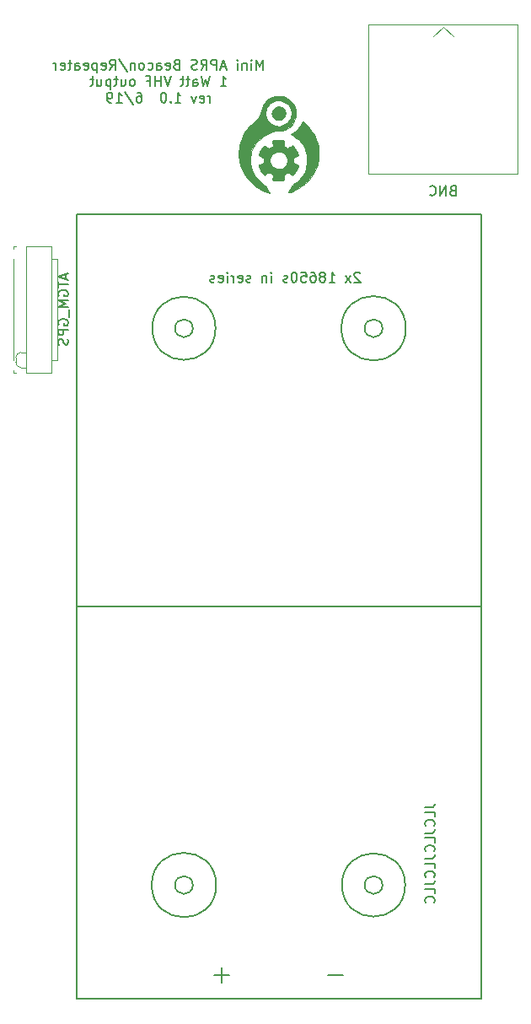
<source format=gbr>
G04 #@! TF.GenerationSoftware,KiCad,Pcbnew,5.1.4-e60b266~84~ubuntu18.04.1*
G04 #@! TF.CreationDate,2019-08-27T12:37:19-06:00*
G04 #@! TF.ProjectId,APRS_MicroNode,41505253-5f4d-4696-9372-6f4e6f64652e,rev?*
G04 #@! TF.SameCoordinates,Original*
G04 #@! TF.FileFunction,Legend,Bot*
G04 #@! TF.FilePolarity,Positive*
%FSLAX46Y46*%
G04 Gerber Fmt 4.6, Leading zero omitted, Abs format (unit mm)*
G04 Created by KiCad (PCBNEW 5.1.4-e60b266~84~ubuntu18.04.1) date 2019-08-27 12:37:19*
%MOMM*%
%LPD*%
G04 APERTURE LIST*
%ADD10C,0.150000*%
%ADD11C,0.010000*%
%ADD12C,0.120000*%
G04 APERTURE END LIST*
D10*
X120307380Y-87702380D02*
X120307380Y-86702380D01*
X119974047Y-87416666D01*
X119640714Y-86702380D01*
X119640714Y-87702380D01*
X119164523Y-87702380D02*
X119164523Y-87035714D01*
X119164523Y-86702380D02*
X119212142Y-86750000D01*
X119164523Y-86797619D01*
X119116904Y-86750000D01*
X119164523Y-86702380D01*
X119164523Y-86797619D01*
X118688333Y-87035714D02*
X118688333Y-87702380D01*
X118688333Y-87130952D02*
X118640714Y-87083333D01*
X118545476Y-87035714D01*
X118402619Y-87035714D01*
X118307380Y-87083333D01*
X118259761Y-87178571D01*
X118259761Y-87702380D01*
X117783571Y-87702380D02*
X117783571Y-87035714D01*
X117783571Y-86702380D02*
X117831190Y-86750000D01*
X117783571Y-86797619D01*
X117735952Y-86750000D01*
X117783571Y-86702380D01*
X117783571Y-86797619D01*
X116593095Y-87416666D02*
X116116904Y-87416666D01*
X116688333Y-87702380D02*
X116355000Y-86702380D01*
X116021666Y-87702380D01*
X115688333Y-87702380D02*
X115688333Y-86702380D01*
X115307380Y-86702380D01*
X115212142Y-86750000D01*
X115164523Y-86797619D01*
X115116904Y-86892857D01*
X115116904Y-87035714D01*
X115164523Y-87130952D01*
X115212142Y-87178571D01*
X115307380Y-87226190D01*
X115688333Y-87226190D01*
X114116904Y-87702380D02*
X114450238Y-87226190D01*
X114688333Y-87702380D02*
X114688333Y-86702380D01*
X114307380Y-86702380D01*
X114212142Y-86750000D01*
X114164523Y-86797619D01*
X114116904Y-86892857D01*
X114116904Y-87035714D01*
X114164523Y-87130952D01*
X114212142Y-87178571D01*
X114307380Y-87226190D01*
X114688333Y-87226190D01*
X113735952Y-87654761D02*
X113593095Y-87702380D01*
X113355000Y-87702380D01*
X113259761Y-87654761D01*
X113212142Y-87607142D01*
X113164523Y-87511904D01*
X113164523Y-87416666D01*
X113212142Y-87321428D01*
X113259761Y-87273809D01*
X113355000Y-87226190D01*
X113545476Y-87178571D01*
X113640714Y-87130952D01*
X113688333Y-87083333D01*
X113735952Y-86988095D01*
X113735952Y-86892857D01*
X113688333Y-86797619D01*
X113640714Y-86750000D01*
X113545476Y-86702380D01*
X113307380Y-86702380D01*
X113164523Y-86750000D01*
X111640714Y-87178571D02*
X111497857Y-87226190D01*
X111450238Y-87273809D01*
X111402619Y-87369047D01*
X111402619Y-87511904D01*
X111450238Y-87607142D01*
X111497857Y-87654761D01*
X111593095Y-87702380D01*
X111974047Y-87702380D01*
X111974047Y-86702380D01*
X111640714Y-86702380D01*
X111545476Y-86750000D01*
X111497857Y-86797619D01*
X111450238Y-86892857D01*
X111450238Y-86988095D01*
X111497857Y-87083333D01*
X111545476Y-87130952D01*
X111640714Y-87178571D01*
X111974047Y-87178571D01*
X110593095Y-87654761D02*
X110688333Y-87702380D01*
X110878809Y-87702380D01*
X110974047Y-87654761D01*
X111021666Y-87559523D01*
X111021666Y-87178571D01*
X110974047Y-87083333D01*
X110878809Y-87035714D01*
X110688333Y-87035714D01*
X110593095Y-87083333D01*
X110545476Y-87178571D01*
X110545476Y-87273809D01*
X111021666Y-87369047D01*
X109688333Y-87702380D02*
X109688333Y-87178571D01*
X109735952Y-87083333D01*
X109831190Y-87035714D01*
X110021666Y-87035714D01*
X110116904Y-87083333D01*
X109688333Y-87654761D02*
X109783571Y-87702380D01*
X110021666Y-87702380D01*
X110116904Y-87654761D01*
X110164523Y-87559523D01*
X110164523Y-87464285D01*
X110116904Y-87369047D01*
X110021666Y-87321428D01*
X109783571Y-87321428D01*
X109688333Y-87273809D01*
X108783571Y-87654761D02*
X108878809Y-87702380D01*
X109069285Y-87702380D01*
X109164523Y-87654761D01*
X109212142Y-87607142D01*
X109259761Y-87511904D01*
X109259761Y-87226190D01*
X109212142Y-87130952D01*
X109164523Y-87083333D01*
X109069285Y-87035714D01*
X108878809Y-87035714D01*
X108783571Y-87083333D01*
X108212142Y-87702380D02*
X108307380Y-87654761D01*
X108355000Y-87607142D01*
X108402619Y-87511904D01*
X108402619Y-87226190D01*
X108355000Y-87130952D01*
X108307380Y-87083333D01*
X108212142Y-87035714D01*
X108069285Y-87035714D01*
X107974047Y-87083333D01*
X107926428Y-87130952D01*
X107878809Y-87226190D01*
X107878809Y-87511904D01*
X107926428Y-87607142D01*
X107974047Y-87654761D01*
X108069285Y-87702380D01*
X108212142Y-87702380D01*
X107450238Y-87035714D02*
X107450238Y-87702380D01*
X107450238Y-87130952D02*
X107402619Y-87083333D01*
X107307380Y-87035714D01*
X107164523Y-87035714D01*
X107069285Y-87083333D01*
X107021666Y-87178571D01*
X107021666Y-87702380D01*
X105831190Y-86654761D02*
X106688333Y-87940476D01*
X104926428Y-87702380D02*
X105259761Y-87226190D01*
X105497857Y-87702380D02*
X105497857Y-86702380D01*
X105116904Y-86702380D01*
X105021666Y-86750000D01*
X104974047Y-86797619D01*
X104926428Y-86892857D01*
X104926428Y-87035714D01*
X104974047Y-87130952D01*
X105021666Y-87178571D01*
X105116904Y-87226190D01*
X105497857Y-87226190D01*
X104116904Y-87654761D02*
X104212142Y-87702380D01*
X104402619Y-87702380D01*
X104497857Y-87654761D01*
X104545476Y-87559523D01*
X104545476Y-87178571D01*
X104497857Y-87083333D01*
X104402619Y-87035714D01*
X104212142Y-87035714D01*
X104116904Y-87083333D01*
X104069285Y-87178571D01*
X104069285Y-87273809D01*
X104545476Y-87369047D01*
X103640714Y-87035714D02*
X103640714Y-88035714D01*
X103640714Y-87083333D02*
X103545476Y-87035714D01*
X103355000Y-87035714D01*
X103259761Y-87083333D01*
X103212142Y-87130952D01*
X103164523Y-87226190D01*
X103164523Y-87511904D01*
X103212142Y-87607142D01*
X103259761Y-87654761D01*
X103355000Y-87702380D01*
X103545476Y-87702380D01*
X103640714Y-87654761D01*
X102355000Y-87654761D02*
X102450238Y-87702380D01*
X102640714Y-87702380D01*
X102735952Y-87654761D01*
X102783571Y-87559523D01*
X102783571Y-87178571D01*
X102735952Y-87083333D01*
X102640714Y-87035714D01*
X102450238Y-87035714D01*
X102355000Y-87083333D01*
X102307380Y-87178571D01*
X102307380Y-87273809D01*
X102783571Y-87369047D01*
X101450238Y-87702380D02*
X101450238Y-87178571D01*
X101497857Y-87083333D01*
X101593095Y-87035714D01*
X101783571Y-87035714D01*
X101878809Y-87083333D01*
X101450238Y-87654761D02*
X101545476Y-87702380D01*
X101783571Y-87702380D01*
X101878809Y-87654761D01*
X101926428Y-87559523D01*
X101926428Y-87464285D01*
X101878809Y-87369047D01*
X101783571Y-87321428D01*
X101545476Y-87321428D01*
X101450238Y-87273809D01*
X101116904Y-87035714D02*
X100735952Y-87035714D01*
X100974047Y-86702380D02*
X100974047Y-87559523D01*
X100926428Y-87654761D01*
X100831190Y-87702380D01*
X100735952Y-87702380D01*
X100021666Y-87654761D02*
X100116904Y-87702380D01*
X100307380Y-87702380D01*
X100402619Y-87654761D01*
X100450238Y-87559523D01*
X100450238Y-87178571D01*
X100402619Y-87083333D01*
X100307380Y-87035714D01*
X100116904Y-87035714D01*
X100021666Y-87083333D01*
X99974047Y-87178571D01*
X99974047Y-87273809D01*
X100450238Y-87369047D01*
X99545476Y-87702380D02*
X99545476Y-87035714D01*
X99545476Y-87226190D02*
X99497857Y-87130952D01*
X99450238Y-87083333D01*
X99355000Y-87035714D01*
X99259761Y-87035714D01*
X116069285Y-89352380D02*
X116640714Y-89352380D01*
X116355000Y-89352380D02*
X116355000Y-88352380D01*
X116450238Y-88495238D01*
X116545476Y-88590476D01*
X116640714Y-88638095D01*
X114974047Y-88352380D02*
X114735952Y-89352380D01*
X114545476Y-88638095D01*
X114355000Y-89352380D01*
X114116904Y-88352380D01*
X113307380Y-89352380D02*
X113307380Y-88828571D01*
X113355000Y-88733333D01*
X113450238Y-88685714D01*
X113640714Y-88685714D01*
X113735952Y-88733333D01*
X113307380Y-89304761D02*
X113402619Y-89352380D01*
X113640714Y-89352380D01*
X113735952Y-89304761D01*
X113783571Y-89209523D01*
X113783571Y-89114285D01*
X113735952Y-89019047D01*
X113640714Y-88971428D01*
X113402619Y-88971428D01*
X113307380Y-88923809D01*
X112974047Y-88685714D02*
X112593095Y-88685714D01*
X112831190Y-88352380D02*
X112831190Y-89209523D01*
X112783571Y-89304761D01*
X112688333Y-89352380D01*
X112593095Y-89352380D01*
X112402619Y-88685714D02*
X112021666Y-88685714D01*
X112259761Y-88352380D02*
X112259761Y-89209523D01*
X112212142Y-89304761D01*
X112116904Y-89352380D01*
X112021666Y-89352380D01*
X111069285Y-88352380D02*
X110735952Y-89352380D01*
X110402619Y-88352380D01*
X110069285Y-89352380D02*
X110069285Y-88352380D01*
X110069285Y-88828571D02*
X109497857Y-88828571D01*
X109497857Y-89352380D02*
X109497857Y-88352380D01*
X108688333Y-88828571D02*
X109021666Y-88828571D01*
X109021666Y-89352380D02*
X109021666Y-88352380D01*
X108545476Y-88352380D01*
X107259761Y-89352380D02*
X107355000Y-89304761D01*
X107402619Y-89257142D01*
X107450238Y-89161904D01*
X107450238Y-88876190D01*
X107402619Y-88780952D01*
X107355000Y-88733333D01*
X107259761Y-88685714D01*
X107116904Y-88685714D01*
X107021666Y-88733333D01*
X106974047Y-88780952D01*
X106926428Y-88876190D01*
X106926428Y-89161904D01*
X106974047Y-89257142D01*
X107021666Y-89304761D01*
X107116904Y-89352380D01*
X107259761Y-89352380D01*
X106069285Y-88685714D02*
X106069285Y-89352380D01*
X106497857Y-88685714D02*
X106497857Y-89209523D01*
X106450238Y-89304761D01*
X106355000Y-89352380D01*
X106212142Y-89352380D01*
X106116904Y-89304761D01*
X106069285Y-89257142D01*
X105735952Y-88685714D02*
X105355000Y-88685714D01*
X105593095Y-88352380D02*
X105593095Y-89209523D01*
X105545476Y-89304761D01*
X105450238Y-89352380D01*
X105355000Y-89352380D01*
X105021666Y-88685714D02*
X105021666Y-89685714D01*
X105021666Y-88733333D02*
X104926428Y-88685714D01*
X104735952Y-88685714D01*
X104640714Y-88733333D01*
X104593095Y-88780952D01*
X104545476Y-88876190D01*
X104545476Y-89161904D01*
X104593095Y-89257142D01*
X104640714Y-89304761D01*
X104735952Y-89352380D01*
X104926428Y-89352380D01*
X105021666Y-89304761D01*
X103688333Y-88685714D02*
X103688333Y-89352380D01*
X104116904Y-88685714D02*
X104116904Y-89209523D01*
X104069285Y-89304761D01*
X103974047Y-89352380D01*
X103831190Y-89352380D01*
X103735952Y-89304761D01*
X103688333Y-89257142D01*
X103355000Y-88685714D02*
X102974047Y-88685714D01*
X103212142Y-88352380D02*
X103212142Y-89209523D01*
X103164523Y-89304761D01*
X103069285Y-89352380D01*
X102974047Y-89352380D01*
X115021666Y-91002380D02*
X115021666Y-90335714D01*
X115021666Y-90526190D02*
X114974047Y-90430952D01*
X114926428Y-90383333D01*
X114831190Y-90335714D01*
X114735952Y-90335714D01*
X114021666Y-90954761D02*
X114116904Y-91002380D01*
X114307380Y-91002380D01*
X114402619Y-90954761D01*
X114450238Y-90859523D01*
X114450238Y-90478571D01*
X114402619Y-90383333D01*
X114307380Y-90335714D01*
X114116904Y-90335714D01*
X114021666Y-90383333D01*
X113974047Y-90478571D01*
X113974047Y-90573809D01*
X114450238Y-90669047D01*
X113640714Y-90335714D02*
X113402619Y-91002380D01*
X113164523Y-90335714D01*
X111497857Y-91002380D02*
X112069285Y-91002380D01*
X111783571Y-91002380D02*
X111783571Y-90002380D01*
X111878809Y-90145238D01*
X111974047Y-90240476D01*
X112069285Y-90288095D01*
X111069285Y-90907142D02*
X111021666Y-90954761D01*
X111069285Y-91002380D01*
X111116904Y-90954761D01*
X111069285Y-90907142D01*
X111069285Y-91002380D01*
X110402619Y-90002380D02*
X110307380Y-90002380D01*
X110212142Y-90050000D01*
X110164523Y-90097619D01*
X110116904Y-90192857D01*
X110069285Y-90383333D01*
X110069285Y-90621428D01*
X110116904Y-90811904D01*
X110164523Y-90907142D01*
X110212142Y-90954761D01*
X110307380Y-91002380D01*
X110402619Y-91002380D01*
X110497857Y-90954761D01*
X110545476Y-90907142D01*
X110593095Y-90811904D01*
X110640714Y-90621428D01*
X110640714Y-90383333D01*
X110593095Y-90192857D01*
X110545476Y-90097619D01*
X110497857Y-90050000D01*
X110402619Y-90002380D01*
X107688333Y-90002380D02*
X107878809Y-90002380D01*
X107974047Y-90050000D01*
X108021666Y-90097619D01*
X108116904Y-90240476D01*
X108164523Y-90430952D01*
X108164523Y-90811904D01*
X108116904Y-90907142D01*
X108069285Y-90954761D01*
X107974047Y-91002380D01*
X107783571Y-91002380D01*
X107688333Y-90954761D01*
X107640714Y-90907142D01*
X107593095Y-90811904D01*
X107593095Y-90573809D01*
X107640714Y-90478571D01*
X107688333Y-90430952D01*
X107783571Y-90383333D01*
X107974047Y-90383333D01*
X108069285Y-90430952D01*
X108116904Y-90478571D01*
X108164523Y-90573809D01*
X106450238Y-89954761D02*
X107307380Y-91240476D01*
X105593095Y-91002380D02*
X106164523Y-91002380D01*
X105878809Y-91002380D02*
X105878809Y-90002380D01*
X105974047Y-90145238D01*
X106069285Y-90240476D01*
X106164523Y-90288095D01*
X105116904Y-91002380D02*
X104926428Y-91002380D01*
X104831190Y-90954761D01*
X104783571Y-90907142D01*
X104688333Y-90764285D01*
X104640714Y-90573809D01*
X104640714Y-90192857D01*
X104688333Y-90097619D01*
X104735952Y-90050000D01*
X104831190Y-90002380D01*
X105021666Y-90002380D01*
X105116904Y-90050000D01*
X105164523Y-90097619D01*
X105212142Y-90192857D01*
X105212142Y-90430952D01*
X105164523Y-90526190D01*
X105116904Y-90573809D01*
X105021666Y-90621428D01*
X104831190Y-90621428D01*
X104735952Y-90573809D01*
X104688333Y-90526190D01*
X104640714Y-90430952D01*
X136612380Y-161750952D02*
X137326666Y-161750952D01*
X137469523Y-161703333D01*
X137564761Y-161608095D01*
X137612380Y-161465238D01*
X137612380Y-161370000D01*
X137612380Y-162703333D02*
X137612380Y-162227142D01*
X136612380Y-162227142D01*
X137517142Y-163608095D02*
X137564761Y-163560476D01*
X137612380Y-163417619D01*
X137612380Y-163322380D01*
X137564761Y-163179523D01*
X137469523Y-163084285D01*
X137374285Y-163036666D01*
X137183809Y-162989047D01*
X137040952Y-162989047D01*
X136850476Y-163036666D01*
X136755238Y-163084285D01*
X136660000Y-163179523D01*
X136612380Y-163322380D01*
X136612380Y-163417619D01*
X136660000Y-163560476D01*
X136707619Y-163608095D01*
X136612380Y-164322380D02*
X137326666Y-164322380D01*
X137469523Y-164274761D01*
X137564761Y-164179523D01*
X137612380Y-164036666D01*
X137612380Y-163941428D01*
X137612380Y-165274761D02*
X137612380Y-164798571D01*
X136612380Y-164798571D01*
X137517142Y-166179523D02*
X137564761Y-166131904D01*
X137612380Y-165989047D01*
X137612380Y-165893809D01*
X137564761Y-165750952D01*
X137469523Y-165655714D01*
X137374285Y-165608095D01*
X137183809Y-165560476D01*
X137040952Y-165560476D01*
X136850476Y-165608095D01*
X136755238Y-165655714D01*
X136660000Y-165750952D01*
X136612380Y-165893809D01*
X136612380Y-165989047D01*
X136660000Y-166131904D01*
X136707619Y-166179523D01*
X136612380Y-166893809D02*
X137326666Y-166893809D01*
X137469523Y-166846190D01*
X137564761Y-166750952D01*
X137612380Y-166608095D01*
X137612380Y-166512857D01*
X137612380Y-167846190D02*
X137612380Y-167370000D01*
X136612380Y-167370000D01*
X137517142Y-168750952D02*
X137564761Y-168703333D01*
X137612380Y-168560476D01*
X137612380Y-168465238D01*
X137564761Y-168322380D01*
X137469523Y-168227142D01*
X137374285Y-168179523D01*
X137183809Y-168131904D01*
X137040952Y-168131904D01*
X136850476Y-168179523D01*
X136755238Y-168227142D01*
X136660000Y-168322380D01*
X136612380Y-168465238D01*
X136612380Y-168560476D01*
X136660000Y-168703333D01*
X136707619Y-168750952D01*
X136612380Y-169465238D02*
X137326666Y-169465238D01*
X137469523Y-169417619D01*
X137564761Y-169322380D01*
X137612380Y-169179523D01*
X137612380Y-169084285D01*
X137612380Y-170417619D02*
X137612380Y-169941428D01*
X136612380Y-169941428D01*
X137517142Y-171322380D02*
X137564761Y-171274761D01*
X137612380Y-171131904D01*
X137612380Y-171036666D01*
X137564761Y-170893809D01*
X137469523Y-170798571D01*
X137374285Y-170750952D01*
X137183809Y-170703333D01*
X137040952Y-170703333D01*
X136850476Y-170750952D01*
X136755238Y-170798571D01*
X136660000Y-170893809D01*
X136612380Y-171036666D01*
X136612380Y-171131904D01*
X136660000Y-171274761D01*
X136707619Y-171322380D01*
X128396904Y-178577857D02*
X126873095Y-178577857D01*
X116966904Y-178577857D02*
X115443095Y-178577857D01*
X116205000Y-179339761D02*
X116205000Y-177815952D01*
D11*
G36*
X121827408Y-90341046D02*
G01*
X121682091Y-90350433D01*
X121552889Y-90368569D01*
X121539000Y-90371338D01*
X121307341Y-90436029D01*
X121090630Y-90530007D01*
X120890809Y-90651292D01*
X120709818Y-90797901D01*
X120549599Y-90967853D01*
X120412092Y-91159166D01*
X120299238Y-91369860D01*
X120212979Y-91597952D01*
X120168770Y-91770200D01*
X120144491Y-91867473D01*
X120109611Y-91982614D01*
X120068213Y-92103869D01*
X120024384Y-92219484D01*
X119982208Y-92317703D01*
X119969086Y-92344818D01*
X119928872Y-92421167D01*
X119887887Y-92490065D01*
X119842670Y-92555450D01*
X119789760Y-92621259D01*
X119725696Y-92691432D01*
X119647017Y-92769908D01*
X119550262Y-92860623D01*
X119431971Y-92967518D01*
X119385649Y-93008766D01*
X119244365Y-93136204D01*
X119124680Y-93249012D01*
X119021141Y-93352935D01*
X118928292Y-93453718D01*
X118840681Y-93557104D01*
X118752854Y-93668838D01*
X118728834Y-93700600D01*
X118514516Y-94012855D01*
X118331303Y-94337202D01*
X118179617Y-94672659D01*
X118059878Y-95018247D01*
X117972508Y-95372985D01*
X117945867Y-95522562D01*
X117936446Y-95588718D01*
X117929086Y-95657768D01*
X117923568Y-95734844D01*
X117919673Y-95825076D01*
X117917181Y-95933596D01*
X117915873Y-96065536D01*
X117915529Y-96226026D01*
X117915532Y-96232133D01*
X117916168Y-96403633D01*
X117918432Y-96547231D01*
X117923149Y-96668885D01*
X117931141Y-96774551D01*
X117943232Y-96870186D01*
X117960245Y-96961745D01*
X117983004Y-97055185D01*
X118012332Y-97156463D01*
X118049052Y-97271535D01*
X118066519Y-97324333D01*
X118202802Y-97681273D01*
X118367804Y-98021136D01*
X118560356Y-98342589D01*
X118779284Y-98644303D01*
X119023419Y-98924944D01*
X119291589Y-99183182D01*
X119582623Y-99417684D01*
X119895348Y-99627121D01*
X120228595Y-99810159D01*
X120271436Y-99831020D01*
X120372986Y-99877030D01*
X120486218Y-99923753D01*
X120603482Y-99968447D01*
X120717131Y-100008370D01*
X120819513Y-100040781D01*
X120902981Y-100062936D01*
X120937009Y-100069595D01*
X121012350Y-100081408D01*
X120974700Y-100023671D01*
X120949674Y-99982785D01*
X120914675Y-99922408D01*
X120875676Y-99852923D01*
X120858711Y-99822000D01*
X120790766Y-99697759D01*
X120733598Y-99596387D01*
X120682914Y-99512813D01*
X120634421Y-99441963D01*
X120583826Y-99378764D01*
X120526834Y-99318143D01*
X120459152Y-99255027D01*
X120376488Y-99184344D01*
X120274547Y-99101019D01*
X120192801Y-99035172D01*
X119979665Y-98855832D01*
X119796090Y-98682961D01*
X119639476Y-98512401D01*
X119507228Y-98339996D01*
X119396748Y-98161587D01*
X119305440Y-97973017D01*
X119230705Y-97770131D01*
X119169948Y-97548769D01*
X119124004Y-97324333D01*
X119105041Y-97188245D01*
X119091768Y-97031178D01*
X119084249Y-96861965D01*
X119082550Y-96689436D01*
X119086735Y-96522425D01*
X119096870Y-96369762D01*
X119113019Y-96240279D01*
X119115916Y-96223667D01*
X119178748Y-95944751D01*
X119261541Y-95691448D01*
X119365788Y-95460982D01*
X119492978Y-95250581D01*
X119644601Y-95057471D01*
X119822150Y-94878878D01*
X119853568Y-94851024D01*
X120073812Y-94662465D01*
X120274978Y-94498077D01*
X120460061Y-94356345D01*
X120632053Y-94235752D01*
X120793947Y-94134782D01*
X120948738Y-94051919D01*
X121099417Y-93985647D01*
X121248978Y-93934448D01*
X121400415Y-93896808D01*
X121556720Y-93871211D01*
X121720887Y-93856138D01*
X121826867Y-93851445D01*
X122011119Y-93842751D01*
X122169512Y-93827001D01*
X122309631Y-93802468D01*
X122439064Y-93767425D01*
X122565395Y-93720146D01*
X122696210Y-93658904D01*
X122714930Y-93649317D01*
X122918100Y-93525891D01*
X123099579Y-93378322D01*
X123258018Y-93209546D01*
X123392069Y-93022495D01*
X123500382Y-92820105D01*
X123581608Y-92605310D01*
X123634398Y-92381045D01*
X123657404Y-92150243D01*
X123654517Y-92066984D01*
X123189017Y-92066984D01*
X123185022Y-92204629D01*
X123170267Y-92330643D01*
X123158121Y-92388397D01*
X123091035Y-92588051D01*
X122996364Y-92770509D01*
X122876570Y-92933533D01*
X122734115Y-93074884D01*
X122571459Y-93192325D01*
X122391065Y-93283618D01*
X122195394Y-93346525D01*
X122080208Y-93368498D01*
X121992344Y-93379810D01*
X121920963Y-93384292D01*
X121850915Y-93381971D01*
X121767046Y-93372876D01*
X121739192Y-93369143D01*
X121531059Y-93324243D01*
X121337678Y-93249850D01*
X121161316Y-93147951D01*
X121004237Y-93020532D01*
X120868703Y-92869581D01*
X120756980Y-92697083D01*
X120671331Y-92505027D01*
X120639523Y-92404221D01*
X120621928Y-92312485D01*
X120611569Y-92198949D01*
X120608444Y-92074899D01*
X120612556Y-91951619D01*
X120623903Y-91840393D01*
X120639523Y-91762713D01*
X120711077Y-91562732D01*
X120809548Y-91380655D01*
X120932556Y-91218680D01*
X121077722Y-91079003D01*
X121242667Y-90963820D01*
X121425013Y-90875328D01*
X121622380Y-90815725D01*
X121676617Y-90805099D01*
X121788789Y-90788158D01*
X121883138Y-90781100D01*
X121974164Y-90783692D01*
X122076366Y-90795706D01*
X122094557Y-90798461D01*
X122296662Y-90846312D01*
X122484972Y-90924034D01*
X122657160Y-91029629D01*
X122810899Y-91161105D01*
X122943863Y-91316464D01*
X123053723Y-91493711D01*
X123138155Y-91690851D01*
X123139423Y-91694558D01*
X123165921Y-91800920D01*
X123182551Y-91928738D01*
X123189017Y-92066984D01*
X123654517Y-92066984D01*
X123649275Y-91915840D01*
X123612520Y-91696876D01*
X123541116Y-91463861D01*
X123440951Y-91246899D01*
X123314070Y-91047968D01*
X123162516Y-90869048D01*
X122988332Y-90712116D01*
X122793562Y-90579151D01*
X122580250Y-90472132D01*
X122350439Y-90393038D01*
X122238214Y-90366259D01*
X122117654Y-90348870D01*
X121976658Y-90340495D01*
X121827408Y-90341046D01*
X121827408Y-90341046D01*
G37*
X121827408Y-90341046D02*
X121682091Y-90350433D01*
X121552889Y-90368569D01*
X121539000Y-90371338D01*
X121307341Y-90436029D01*
X121090630Y-90530007D01*
X120890809Y-90651292D01*
X120709818Y-90797901D01*
X120549599Y-90967853D01*
X120412092Y-91159166D01*
X120299238Y-91369860D01*
X120212979Y-91597952D01*
X120168770Y-91770200D01*
X120144491Y-91867473D01*
X120109611Y-91982614D01*
X120068213Y-92103869D01*
X120024384Y-92219484D01*
X119982208Y-92317703D01*
X119969086Y-92344818D01*
X119928872Y-92421167D01*
X119887887Y-92490065D01*
X119842670Y-92555450D01*
X119789760Y-92621259D01*
X119725696Y-92691432D01*
X119647017Y-92769908D01*
X119550262Y-92860623D01*
X119431971Y-92967518D01*
X119385649Y-93008766D01*
X119244365Y-93136204D01*
X119124680Y-93249012D01*
X119021141Y-93352935D01*
X118928292Y-93453718D01*
X118840681Y-93557104D01*
X118752854Y-93668838D01*
X118728834Y-93700600D01*
X118514516Y-94012855D01*
X118331303Y-94337202D01*
X118179617Y-94672659D01*
X118059878Y-95018247D01*
X117972508Y-95372985D01*
X117945867Y-95522562D01*
X117936446Y-95588718D01*
X117929086Y-95657768D01*
X117923568Y-95734844D01*
X117919673Y-95825076D01*
X117917181Y-95933596D01*
X117915873Y-96065536D01*
X117915529Y-96226026D01*
X117915532Y-96232133D01*
X117916168Y-96403633D01*
X117918432Y-96547231D01*
X117923149Y-96668885D01*
X117931141Y-96774551D01*
X117943232Y-96870186D01*
X117960245Y-96961745D01*
X117983004Y-97055185D01*
X118012332Y-97156463D01*
X118049052Y-97271535D01*
X118066519Y-97324333D01*
X118202802Y-97681273D01*
X118367804Y-98021136D01*
X118560356Y-98342589D01*
X118779284Y-98644303D01*
X119023419Y-98924944D01*
X119291589Y-99183182D01*
X119582623Y-99417684D01*
X119895348Y-99627121D01*
X120228595Y-99810159D01*
X120271436Y-99831020D01*
X120372986Y-99877030D01*
X120486218Y-99923753D01*
X120603482Y-99968447D01*
X120717131Y-100008370D01*
X120819513Y-100040781D01*
X120902981Y-100062936D01*
X120937009Y-100069595D01*
X121012350Y-100081408D01*
X120974700Y-100023671D01*
X120949674Y-99982785D01*
X120914675Y-99922408D01*
X120875676Y-99852923D01*
X120858711Y-99822000D01*
X120790766Y-99697759D01*
X120733598Y-99596387D01*
X120682914Y-99512813D01*
X120634421Y-99441963D01*
X120583826Y-99378764D01*
X120526834Y-99318143D01*
X120459152Y-99255027D01*
X120376488Y-99184344D01*
X120274547Y-99101019D01*
X120192801Y-99035172D01*
X119979665Y-98855832D01*
X119796090Y-98682961D01*
X119639476Y-98512401D01*
X119507228Y-98339996D01*
X119396748Y-98161587D01*
X119305440Y-97973017D01*
X119230705Y-97770131D01*
X119169948Y-97548769D01*
X119124004Y-97324333D01*
X119105041Y-97188245D01*
X119091768Y-97031178D01*
X119084249Y-96861965D01*
X119082550Y-96689436D01*
X119086735Y-96522425D01*
X119096870Y-96369762D01*
X119113019Y-96240279D01*
X119115916Y-96223667D01*
X119178748Y-95944751D01*
X119261541Y-95691448D01*
X119365788Y-95460982D01*
X119492978Y-95250581D01*
X119644601Y-95057471D01*
X119822150Y-94878878D01*
X119853568Y-94851024D01*
X120073812Y-94662465D01*
X120274978Y-94498077D01*
X120460061Y-94356345D01*
X120632053Y-94235752D01*
X120793947Y-94134782D01*
X120948738Y-94051919D01*
X121099417Y-93985647D01*
X121248978Y-93934448D01*
X121400415Y-93896808D01*
X121556720Y-93871211D01*
X121720887Y-93856138D01*
X121826867Y-93851445D01*
X122011119Y-93842751D01*
X122169512Y-93827001D01*
X122309631Y-93802468D01*
X122439064Y-93767425D01*
X122565395Y-93720146D01*
X122696210Y-93658904D01*
X122714930Y-93649317D01*
X122918100Y-93525891D01*
X123099579Y-93378322D01*
X123258018Y-93209546D01*
X123392069Y-93022495D01*
X123500382Y-92820105D01*
X123581608Y-92605310D01*
X123634398Y-92381045D01*
X123657404Y-92150243D01*
X123654517Y-92066984D01*
X123189017Y-92066984D01*
X123185022Y-92204629D01*
X123170267Y-92330643D01*
X123158121Y-92388397D01*
X123091035Y-92588051D01*
X122996364Y-92770509D01*
X122876570Y-92933533D01*
X122734115Y-93074884D01*
X122571459Y-93192325D01*
X122391065Y-93283618D01*
X122195394Y-93346525D01*
X122080208Y-93368498D01*
X121992344Y-93379810D01*
X121920963Y-93384292D01*
X121850915Y-93381971D01*
X121767046Y-93372876D01*
X121739192Y-93369143D01*
X121531059Y-93324243D01*
X121337678Y-93249850D01*
X121161316Y-93147951D01*
X121004237Y-93020532D01*
X120868703Y-92869581D01*
X120756980Y-92697083D01*
X120671331Y-92505027D01*
X120639523Y-92404221D01*
X120621928Y-92312485D01*
X120611569Y-92198949D01*
X120608444Y-92074899D01*
X120612556Y-91951619D01*
X120623903Y-91840393D01*
X120639523Y-91762713D01*
X120711077Y-91562732D01*
X120809548Y-91380655D01*
X120932556Y-91218680D01*
X121077722Y-91079003D01*
X121242667Y-90963820D01*
X121425013Y-90875328D01*
X121622380Y-90815725D01*
X121676617Y-90805099D01*
X121788789Y-90788158D01*
X121883138Y-90781100D01*
X121974164Y-90783692D01*
X122076366Y-90795706D01*
X122094557Y-90798461D01*
X122296662Y-90846312D01*
X122484972Y-90924034D01*
X122657160Y-91029629D01*
X122810899Y-91161105D01*
X122943863Y-91316464D01*
X123053723Y-91493711D01*
X123138155Y-91690851D01*
X123139423Y-91694558D01*
X123165921Y-91800920D01*
X123182551Y-91928738D01*
X123189017Y-92066984D01*
X123654517Y-92066984D01*
X123649275Y-91915840D01*
X123612520Y-91696876D01*
X123541116Y-91463861D01*
X123440951Y-91246899D01*
X123314070Y-91047968D01*
X123162516Y-90869048D01*
X122988332Y-90712116D01*
X122793562Y-90579151D01*
X122580250Y-90472132D01*
X122350439Y-90393038D01*
X122238214Y-90366259D01*
X122117654Y-90348870D01*
X121976658Y-90340495D01*
X121827408Y-90341046D01*
G36*
X124301031Y-92899657D02*
G01*
X124275310Y-92928453D01*
X124246422Y-92985801D01*
X124231486Y-93019279D01*
X124205314Y-93072501D01*
X124165667Y-93145732D01*
X124117328Y-93230455D01*
X124065079Y-93318154D01*
X124048596Y-93345000D01*
X123905968Y-93548388D01*
X123742095Y-93734026D01*
X123561675Y-93897416D01*
X123369405Y-94034057D01*
X123268826Y-94091717D01*
X123152918Y-94152870D01*
X123208431Y-94210145D01*
X123243386Y-94241759D01*
X123298902Y-94286885D01*
X123367679Y-94339782D01*
X123442416Y-94394712D01*
X123451339Y-94401097D01*
X123670719Y-94563686D01*
X123866713Y-94721542D01*
X124037600Y-94873075D01*
X124181661Y-95016696D01*
X124297176Y-95150818D01*
X124364251Y-95244539D01*
X124495114Y-95477831D01*
X124600835Y-95731498D01*
X124680637Y-96002390D01*
X124733740Y-96287360D01*
X124759368Y-96583258D01*
X124758937Y-96841733D01*
X124734737Y-97150816D01*
X124688982Y-97439518D01*
X124622119Y-97706177D01*
X124534593Y-97949133D01*
X124426851Y-98166724D01*
X124384402Y-98236650D01*
X124283079Y-98383031D01*
X124168825Y-98524154D01*
X124037473Y-98664368D01*
X123884855Y-98808020D01*
X123706805Y-98959457D01*
X123639940Y-99013328D01*
X123521248Y-99108439D01*
X123425245Y-99187677D01*
X123347745Y-99255776D01*
X123284562Y-99317471D01*
X123231508Y-99377495D01*
X123184399Y-99440584D01*
X123139047Y-99511472D01*
X123091266Y-99594892D01*
X123037180Y-99695000D01*
X122993956Y-99774576D01*
X122949704Y-99853495D01*
X122910670Y-99920731D01*
X122890667Y-99953562D01*
X122855011Y-100010254D01*
X122838384Y-100042491D01*
X122842857Y-100055132D01*
X122870499Y-100053036D01*
X122923380Y-100041063D01*
X122927534Y-100040106D01*
X123137170Y-99980648D01*
X123360354Y-99896679D01*
X123591137Y-99791380D01*
X123823567Y-99667930D01*
X124051695Y-99529511D01*
X124269570Y-99379301D01*
X124471243Y-99220481D01*
X124488275Y-99205977D01*
X124743979Y-98971231D01*
X124970235Y-98729420D01*
X125171431Y-98474879D01*
X125351955Y-98201941D01*
X125516197Y-97904941D01*
X125552276Y-97832334D01*
X125657935Y-97603964D01*
X125743191Y-97392631D01*
X125810603Y-97190475D01*
X125862731Y-96989639D01*
X125902132Y-96782266D01*
X125909080Y-96736811D01*
X125918959Y-96643520D01*
X125925862Y-96523563D01*
X125929884Y-96384000D01*
X125931118Y-96231893D01*
X125929659Y-96074301D01*
X125925601Y-95918287D01*
X125919039Y-95770910D01*
X125910067Y-95639231D01*
X125898779Y-95530312D01*
X125892377Y-95487067D01*
X125813204Y-95120856D01*
X125701772Y-94764538D01*
X125558556Y-94419311D01*
X125384030Y-94086376D01*
X125260446Y-93886867D01*
X125096065Y-93657513D01*
X124907344Y-93429910D01*
X124702901Y-93213601D01*
X124491353Y-93018131D01*
X124428680Y-92965705D01*
X124370766Y-92920171D01*
X124330533Y-92897526D01*
X124301031Y-92899657D01*
X124301031Y-92899657D01*
G37*
X124301031Y-92899657D02*
X124275310Y-92928453D01*
X124246422Y-92985801D01*
X124231486Y-93019279D01*
X124205314Y-93072501D01*
X124165667Y-93145732D01*
X124117328Y-93230455D01*
X124065079Y-93318154D01*
X124048596Y-93345000D01*
X123905968Y-93548388D01*
X123742095Y-93734026D01*
X123561675Y-93897416D01*
X123369405Y-94034057D01*
X123268826Y-94091717D01*
X123152918Y-94152870D01*
X123208431Y-94210145D01*
X123243386Y-94241759D01*
X123298902Y-94286885D01*
X123367679Y-94339782D01*
X123442416Y-94394712D01*
X123451339Y-94401097D01*
X123670719Y-94563686D01*
X123866713Y-94721542D01*
X124037600Y-94873075D01*
X124181661Y-95016696D01*
X124297176Y-95150818D01*
X124364251Y-95244539D01*
X124495114Y-95477831D01*
X124600835Y-95731498D01*
X124680637Y-96002390D01*
X124733740Y-96287360D01*
X124759368Y-96583258D01*
X124758937Y-96841733D01*
X124734737Y-97150816D01*
X124688982Y-97439518D01*
X124622119Y-97706177D01*
X124534593Y-97949133D01*
X124426851Y-98166724D01*
X124384402Y-98236650D01*
X124283079Y-98383031D01*
X124168825Y-98524154D01*
X124037473Y-98664368D01*
X123884855Y-98808020D01*
X123706805Y-98959457D01*
X123639940Y-99013328D01*
X123521248Y-99108439D01*
X123425245Y-99187677D01*
X123347745Y-99255776D01*
X123284562Y-99317471D01*
X123231508Y-99377495D01*
X123184399Y-99440584D01*
X123139047Y-99511472D01*
X123091266Y-99594892D01*
X123037180Y-99695000D01*
X122993956Y-99774576D01*
X122949704Y-99853495D01*
X122910670Y-99920731D01*
X122890667Y-99953562D01*
X122855011Y-100010254D01*
X122838384Y-100042491D01*
X122842857Y-100055132D01*
X122870499Y-100053036D01*
X122923380Y-100041063D01*
X122927534Y-100040106D01*
X123137170Y-99980648D01*
X123360354Y-99896679D01*
X123591137Y-99791380D01*
X123823567Y-99667930D01*
X124051695Y-99529511D01*
X124269570Y-99379301D01*
X124471243Y-99220481D01*
X124488275Y-99205977D01*
X124743979Y-98971231D01*
X124970235Y-98729420D01*
X125171431Y-98474879D01*
X125351955Y-98201941D01*
X125516197Y-97904941D01*
X125552276Y-97832334D01*
X125657935Y-97603964D01*
X125743191Y-97392631D01*
X125810603Y-97190475D01*
X125862731Y-96989639D01*
X125902132Y-96782266D01*
X125909080Y-96736811D01*
X125918959Y-96643520D01*
X125925862Y-96523563D01*
X125929884Y-96384000D01*
X125931118Y-96231893D01*
X125929659Y-96074301D01*
X125925601Y-95918287D01*
X125919039Y-95770910D01*
X125910067Y-95639231D01*
X125898779Y-95530312D01*
X125892377Y-95487067D01*
X125813204Y-95120856D01*
X125701772Y-94764538D01*
X125558556Y-94419311D01*
X125384030Y-94086376D01*
X125260446Y-93886867D01*
X125096065Y-93657513D01*
X124907344Y-93429910D01*
X124702901Y-93213601D01*
X124491353Y-93018131D01*
X124428680Y-92965705D01*
X124370766Y-92920171D01*
X124330533Y-92897526D01*
X124301031Y-92899657D01*
G36*
X121563237Y-94774685D02*
G01*
X121414631Y-94802979D01*
X121296471Y-94829663D01*
X121315225Y-95410867D01*
X121257485Y-95431705D01*
X121215443Y-95451127D01*
X121157041Y-95483438D01*
X121093748Y-95522229D01*
X121083229Y-95529072D01*
X121027860Y-95564442D01*
X120983163Y-95591152D01*
X120956694Y-95604746D01*
X120953410Y-95605600D01*
X120935245Y-95597024D01*
X120893630Y-95573325D01*
X120833696Y-95537548D01*
X120760576Y-95492737D01*
X120709143Y-95460670D01*
X120630441Y-95412048D01*
X120561704Y-95371026D01*
X120508019Y-95340526D01*
X120474475Y-95323468D01*
X120465890Y-95320970D01*
X120446217Y-95337302D01*
X120410852Y-95373578D01*
X120365415Y-95423428D01*
X120315529Y-95480477D01*
X120266816Y-95538354D01*
X120224898Y-95590686D01*
X120207306Y-95614067D01*
X120144770Y-95709402D01*
X120080788Y-95823301D01*
X120019677Y-95946528D01*
X119965757Y-96069847D01*
X119923344Y-96184021D01*
X119897310Y-96277170D01*
X119885982Y-96330673D01*
X120387534Y-96606423D01*
X120386047Y-96811902D01*
X120384559Y-97017380D01*
X120145830Y-97145457D01*
X120064055Y-97189663D01*
X119992891Y-97228767D01*
X119937672Y-97259785D01*
X119903733Y-97279739D01*
X119895726Y-97285235D01*
X119894412Y-97307627D01*
X119904477Y-97354530D01*
X119923695Y-97419441D01*
X119949840Y-97495856D01*
X119980686Y-97577274D01*
X120014007Y-97657190D01*
X120047578Y-97729102D01*
X120047836Y-97729617D01*
X120114648Y-97849908D01*
X120194644Y-97973635D01*
X120280443Y-98090344D01*
X120364660Y-98189578D01*
X120393855Y-98219687D01*
X120475468Y-98300073D01*
X120716014Y-98155103D01*
X120796600Y-98106839D01*
X120866780Y-98065382D01*
X120921568Y-98033631D01*
X120955978Y-98014486D01*
X120965329Y-98010134D01*
X120983151Y-98018917D01*
X121019048Y-98041361D01*
X121044883Y-98058682D01*
X121099777Y-98093332D01*
X121167921Y-98132316D01*
X121217267Y-98158352D01*
X121318867Y-98209474D01*
X121309308Y-98486570D01*
X121306755Y-98580371D01*
X121305816Y-98662274D01*
X121306457Y-98726314D01*
X121308644Y-98766524D01*
X121310984Y-98777196D01*
X121334162Y-98788040D01*
X121383684Y-98801456D01*
X121452255Y-98816124D01*
X121532577Y-98830726D01*
X121617354Y-98843943D01*
X121699287Y-98854456D01*
X121771080Y-98860947D01*
X121776067Y-98861248D01*
X121862019Y-98863363D01*
X121961201Y-98861625D01*
X122053243Y-98856419D01*
X122059772Y-98855857D01*
X122150842Y-98845485D01*
X122250871Y-98830607D01*
X122339184Y-98814321D01*
X122344314Y-98813226D01*
X122480618Y-98783775D01*
X122468872Y-98501395D01*
X122457127Y-98219015D01*
X122582264Y-98155551D01*
X122649070Y-98119981D01*
X122711042Y-98084087D01*
X122756305Y-98054798D01*
X122761304Y-98051110D01*
X122797712Y-98025154D01*
X122821956Y-98011008D01*
X122825148Y-98010134D01*
X122842151Y-98018689D01*
X122882698Y-98042326D01*
X122941729Y-98077999D01*
X123014180Y-98122664D01*
X123064464Y-98154067D01*
X123142496Y-98202783D01*
X123209984Y-98244447D01*
X123261954Y-98276022D01*
X123293428Y-98294477D01*
X123300508Y-98298000D01*
X123316021Y-98286063D01*
X123347727Y-98254345D01*
X123390025Y-98208988D01*
X123437315Y-98156134D01*
X123483995Y-98101922D01*
X123524463Y-98052494D01*
X123524673Y-98052229D01*
X123587525Y-97964425D01*
X123651368Y-97860952D01*
X123712881Y-97748699D01*
X123768745Y-97634557D01*
X123815637Y-97525416D01*
X123850238Y-97428168D01*
X123869226Y-97349703D01*
X123871204Y-97333143D01*
X123871986Y-97311993D01*
X123867510Y-97294143D01*
X123853551Y-97276185D01*
X123825887Y-97254713D01*
X123780297Y-97226319D01*
X123712557Y-97187597D01*
X123642135Y-97148315D01*
X123408469Y-97018356D01*
X123407317Y-96800996D01*
X123407160Y-96771181D01*
X122781450Y-96771181D01*
X122773370Y-96930363D01*
X122735337Y-97086616D01*
X122667332Y-97236195D01*
X122569336Y-97375359D01*
X122520939Y-97428076D01*
X122391844Y-97535409D01*
X122246106Y-97615481D01*
X122088668Y-97666923D01*
X121924470Y-97688364D01*
X121758454Y-97678437D01*
X121677927Y-97661703D01*
X121517137Y-97603251D01*
X121373554Y-97517321D01*
X121250033Y-97407112D01*
X121149429Y-97275822D01*
X121074597Y-97126648D01*
X121028392Y-96962790D01*
X121022735Y-96927821D01*
X121014844Y-96759406D01*
X121037886Y-96598182D01*
X121089184Y-96447221D01*
X121166063Y-96309598D01*
X121265846Y-96188387D01*
X121385857Y-96086661D01*
X121523420Y-96007494D01*
X121675859Y-95953961D01*
X121840496Y-95929134D01*
X121893441Y-95927747D01*
X122062538Y-95940589D01*
X122212605Y-95979358D01*
X122348584Y-96046064D01*
X122475418Y-96142713D01*
X122514623Y-96180036D01*
X122626164Y-96313497D01*
X122707828Y-96459005D01*
X122759597Y-96612814D01*
X122781450Y-96771181D01*
X123407160Y-96771181D01*
X123406166Y-96583635D01*
X123645216Y-96457666D01*
X123726287Y-96413893D01*
X123795584Y-96374473D01*
X123848034Y-96342452D01*
X123878567Y-96320877D01*
X123884267Y-96314046D01*
X123877748Y-96279014D01*
X123860110Y-96220728D01*
X123834232Y-96146768D01*
X123802996Y-96064719D01*
X123769280Y-95982161D01*
X123735965Y-95906679D01*
X123707737Y-95849235D01*
X123665846Y-95776166D01*
X123614405Y-95695331D01*
X123557120Y-95611613D01*
X123497702Y-95529892D01*
X123439857Y-95455051D01*
X123387294Y-95391971D01*
X123343721Y-95345534D01*
X123312846Y-95320621D01*
X123304004Y-95317734D01*
X123285513Y-95326127D01*
X123243371Y-95349325D01*
X123182754Y-95384355D01*
X123108837Y-95428245D01*
X123055983Y-95460193D01*
X122821891Y-95602652D01*
X122726299Y-95539172D01*
X122659923Y-95497865D01*
X122588647Y-95457686D01*
X122544059Y-95435108D01*
X122457411Y-95394524D01*
X122465585Y-95111379D01*
X122473760Y-94828235D01*
X122361047Y-94802599D01*
X122096299Y-94759511D01*
X121830068Y-94750206D01*
X121563237Y-94774685D01*
X121563237Y-94774685D01*
G37*
X121563237Y-94774685D02*
X121414631Y-94802979D01*
X121296471Y-94829663D01*
X121315225Y-95410867D01*
X121257485Y-95431705D01*
X121215443Y-95451127D01*
X121157041Y-95483438D01*
X121093748Y-95522229D01*
X121083229Y-95529072D01*
X121027860Y-95564442D01*
X120983163Y-95591152D01*
X120956694Y-95604746D01*
X120953410Y-95605600D01*
X120935245Y-95597024D01*
X120893630Y-95573325D01*
X120833696Y-95537548D01*
X120760576Y-95492737D01*
X120709143Y-95460670D01*
X120630441Y-95412048D01*
X120561704Y-95371026D01*
X120508019Y-95340526D01*
X120474475Y-95323468D01*
X120465890Y-95320970D01*
X120446217Y-95337302D01*
X120410852Y-95373578D01*
X120365415Y-95423428D01*
X120315529Y-95480477D01*
X120266816Y-95538354D01*
X120224898Y-95590686D01*
X120207306Y-95614067D01*
X120144770Y-95709402D01*
X120080788Y-95823301D01*
X120019677Y-95946528D01*
X119965757Y-96069847D01*
X119923344Y-96184021D01*
X119897310Y-96277170D01*
X119885982Y-96330673D01*
X120387534Y-96606423D01*
X120386047Y-96811902D01*
X120384559Y-97017380D01*
X120145830Y-97145457D01*
X120064055Y-97189663D01*
X119992891Y-97228767D01*
X119937672Y-97259785D01*
X119903733Y-97279739D01*
X119895726Y-97285235D01*
X119894412Y-97307627D01*
X119904477Y-97354530D01*
X119923695Y-97419441D01*
X119949840Y-97495856D01*
X119980686Y-97577274D01*
X120014007Y-97657190D01*
X120047578Y-97729102D01*
X120047836Y-97729617D01*
X120114648Y-97849908D01*
X120194644Y-97973635D01*
X120280443Y-98090344D01*
X120364660Y-98189578D01*
X120393855Y-98219687D01*
X120475468Y-98300073D01*
X120716014Y-98155103D01*
X120796600Y-98106839D01*
X120866780Y-98065382D01*
X120921568Y-98033631D01*
X120955978Y-98014486D01*
X120965329Y-98010134D01*
X120983151Y-98018917D01*
X121019048Y-98041361D01*
X121044883Y-98058682D01*
X121099777Y-98093332D01*
X121167921Y-98132316D01*
X121217267Y-98158352D01*
X121318867Y-98209474D01*
X121309308Y-98486570D01*
X121306755Y-98580371D01*
X121305816Y-98662274D01*
X121306457Y-98726314D01*
X121308644Y-98766524D01*
X121310984Y-98777196D01*
X121334162Y-98788040D01*
X121383684Y-98801456D01*
X121452255Y-98816124D01*
X121532577Y-98830726D01*
X121617354Y-98843943D01*
X121699287Y-98854456D01*
X121771080Y-98860947D01*
X121776067Y-98861248D01*
X121862019Y-98863363D01*
X121961201Y-98861625D01*
X122053243Y-98856419D01*
X122059772Y-98855857D01*
X122150842Y-98845485D01*
X122250871Y-98830607D01*
X122339184Y-98814321D01*
X122344314Y-98813226D01*
X122480618Y-98783775D01*
X122468872Y-98501395D01*
X122457127Y-98219015D01*
X122582264Y-98155551D01*
X122649070Y-98119981D01*
X122711042Y-98084087D01*
X122756305Y-98054798D01*
X122761304Y-98051110D01*
X122797712Y-98025154D01*
X122821956Y-98011008D01*
X122825148Y-98010134D01*
X122842151Y-98018689D01*
X122882698Y-98042326D01*
X122941729Y-98077999D01*
X123014180Y-98122664D01*
X123064464Y-98154067D01*
X123142496Y-98202783D01*
X123209984Y-98244447D01*
X123261954Y-98276022D01*
X123293428Y-98294477D01*
X123300508Y-98298000D01*
X123316021Y-98286063D01*
X123347727Y-98254345D01*
X123390025Y-98208988D01*
X123437315Y-98156134D01*
X123483995Y-98101922D01*
X123524463Y-98052494D01*
X123524673Y-98052229D01*
X123587525Y-97964425D01*
X123651368Y-97860952D01*
X123712881Y-97748699D01*
X123768745Y-97634557D01*
X123815637Y-97525416D01*
X123850238Y-97428168D01*
X123869226Y-97349703D01*
X123871204Y-97333143D01*
X123871986Y-97311993D01*
X123867510Y-97294143D01*
X123853551Y-97276185D01*
X123825887Y-97254713D01*
X123780297Y-97226319D01*
X123712557Y-97187597D01*
X123642135Y-97148315D01*
X123408469Y-97018356D01*
X123407317Y-96800996D01*
X123407160Y-96771181D01*
X122781450Y-96771181D01*
X122773370Y-96930363D01*
X122735337Y-97086616D01*
X122667332Y-97236195D01*
X122569336Y-97375359D01*
X122520939Y-97428076D01*
X122391844Y-97535409D01*
X122246106Y-97615481D01*
X122088668Y-97666923D01*
X121924470Y-97688364D01*
X121758454Y-97678437D01*
X121677927Y-97661703D01*
X121517137Y-97603251D01*
X121373554Y-97517321D01*
X121250033Y-97407112D01*
X121149429Y-97275822D01*
X121074597Y-97126648D01*
X121028392Y-96962790D01*
X121022735Y-96927821D01*
X121014844Y-96759406D01*
X121037886Y-96598182D01*
X121089184Y-96447221D01*
X121166063Y-96309598D01*
X121265846Y-96188387D01*
X121385857Y-96086661D01*
X121523420Y-96007494D01*
X121675859Y-95953961D01*
X121840496Y-95929134D01*
X121893441Y-95927747D01*
X122062538Y-95940589D01*
X122212605Y-95979358D01*
X122348584Y-96046064D01*
X122475418Y-96142713D01*
X122514623Y-96180036D01*
X122626164Y-96313497D01*
X122707828Y-96459005D01*
X122759597Y-96612814D01*
X122781450Y-96771181D01*
X123407160Y-96771181D01*
X123406166Y-96583635D01*
X123645216Y-96457666D01*
X123726287Y-96413893D01*
X123795584Y-96374473D01*
X123848034Y-96342452D01*
X123878567Y-96320877D01*
X123884267Y-96314046D01*
X123877748Y-96279014D01*
X123860110Y-96220728D01*
X123834232Y-96146768D01*
X123802996Y-96064719D01*
X123769280Y-95982161D01*
X123735965Y-95906679D01*
X123707737Y-95849235D01*
X123665846Y-95776166D01*
X123614405Y-95695331D01*
X123557120Y-95611613D01*
X123497702Y-95529892D01*
X123439857Y-95455051D01*
X123387294Y-95391971D01*
X123343721Y-95345534D01*
X123312846Y-95320621D01*
X123304004Y-95317734D01*
X123285513Y-95326127D01*
X123243371Y-95349325D01*
X123182754Y-95384355D01*
X123108837Y-95428245D01*
X123055983Y-95460193D01*
X122821891Y-95602652D01*
X122726299Y-95539172D01*
X122659923Y-95497865D01*
X122588647Y-95457686D01*
X122544059Y-95435108D01*
X122457411Y-95394524D01*
X122465585Y-95111379D01*
X122473760Y-94828235D01*
X122361047Y-94802599D01*
X122096299Y-94759511D01*
X121830068Y-94750206D01*
X121563237Y-94774685D01*
G36*
X121808062Y-91406320D02*
G01*
X121797234Y-91407963D01*
X121649157Y-91447657D01*
X121518432Y-91515321D01*
X121407702Y-91608420D01*
X121319616Y-91724416D01*
X121256817Y-91860774D01*
X121232846Y-91949045D01*
X121218267Y-92095170D01*
X121234324Y-92234852D01*
X121277947Y-92364940D01*
X121346066Y-92482280D01*
X121435610Y-92583720D01*
X121543509Y-92666108D01*
X121666693Y-92726292D01*
X121802092Y-92761119D01*
X121946635Y-92767437D01*
X122021600Y-92758882D01*
X122159701Y-92719233D01*
X122285214Y-92651055D01*
X122394005Y-92558607D01*
X122481942Y-92446148D01*
X122544892Y-92317937D01*
X122577728Y-92185840D01*
X122582746Y-92035835D01*
X122557925Y-91894498D01*
X122506353Y-91764904D01*
X122431117Y-91650134D01*
X122335306Y-91553262D01*
X122222007Y-91477368D01*
X122094308Y-91425527D01*
X121955297Y-91400819D01*
X121808062Y-91406320D01*
X121808062Y-91406320D01*
G37*
X121808062Y-91406320D02*
X121797234Y-91407963D01*
X121649157Y-91447657D01*
X121518432Y-91515321D01*
X121407702Y-91608420D01*
X121319616Y-91724416D01*
X121256817Y-91860774D01*
X121232846Y-91949045D01*
X121218267Y-92095170D01*
X121234324Y-92234852D01*
X121277947Y-92364940D01*
X121346066Y-92482280D01*
X121435610Y-92583720D01*
X121543509Y-92666108D01*
X121666693Y-92726292D01*
X121802092Y-92761119D01*
X121946635Y-92767437D01*
X122021600Y-92758882D01*
X122159701Y-92719233D01*
X122285214Y-92651055D01*
X122394005Y-92558607D01*
X122481942Y-92446148D01*
X122544892Y-92317937D01*
X122577728Y-92185840D01*
X122582746Y-92035835D01*
X122557925Y-91894498D01*
X122506353Y-91764904D01*
X122431117Y-91650134D01*
X122335306Y-91553262D01*
X122222007Y-91477368D01*
X122094308Y-91425527D01*
X121955297Y-91400819D01*
X121808062Y-91406320D01*
D10*
X101600000Y-141605000D02*
X142240000Y-141605000D01*
X132343026Y-169545000D02*
G75*
G03X132343026Y-169545000I-898026J0D01*
G01*
X113293026Y-169545000D02*
G75*
G03X113293026Y-169545000I-898026J0D01*
G01*
X113293026Y-113665000D02*
G75*
G03X113293026Y-113665000I-898026J0D01*
G01*
X132343026Y-113665000D02*
G75*
G03X132343026Y-113665000I-898026J0D01*
G01*
X115570000Y-113665000D02*
G75*
G03X115570000Y-113665000I-3175000J0D01*
G01*
X134682877Y-113665000D02*
G75*
G03X134682877Y-113665000I-3237877J0D01*
G01*
X134620000Y-169545000D02*
G75*
G03X134620000Y-169545000I-3175000J0D01*
G01*
X115632877Y-169545000D02*
G75*
G03X115632877Y-169545000I-3237877J0D01*
G01*
X142240000Y-102235000D02*
X101600000Y-102235000D01*
X101600000Y-102235000D02*
X101600000Y-180975000D01*
X101600000Y-180975000D02*
X142240000Y-180975000D01*
X142240000Y-180975000D02*
X142240000Y-102235000D01*
D12*
X145930000Y-83185000D02*
X130930000Y-83185000D01*
X130930000Y-83185000D02*
X130930000Y-98185000D01*
X130930000Y-98185000D02*
X145930000Y-98185000D01*
X145930000Y-98185000D02*
X145930000Y-83185000D01*
X138430000Y-83385000D02*
X139430000Y-84385000D01*
X138430000Y-83385000D02*
X137430000Y-84385000D01*
X99060000Y-118110000D02*
X96520000Y-118110000D01*
X95250000Y-116840000D02*
X95250000Y-106680000D01*
X96520000Y-105410000D02*
X99060000Y-105410000D01*
X99060000Y-105410000D02*
X99060000Y-118110000D01*
X96520000Y-118110000D02*
X96520000Y-105410000D01*
X99060000Y-116840000D02*
X99695000Y-116840000D01*
X99695000Y-116840000D02*
X99695000Y-106680000D01*
X99695000Y-106680000D02*
X99060000Y-106680000D01*
X95504000Y-117094000D02*
G75*
G03X96012000Y-117602000I508000J0D01*
G01*
X96012000Y-116078000D02*
G75*
G03X95504000Y-116586000I0J-508000D01*
G01*
X95504000Y-117094000D02*
X95504000Y-116586000D01*
X96012000Y-117602000D02*
X96520000Y-117602000D01*
X96012000Y-116078000D02*
X96520000Y-116078000D01*
X95504000Y-118110000D02*
X95250000Y-118110000D01*
X95250000Y-118110000D02*
X95250000Y-117856000D01*
X95504000Y-105410000D02*
X95250000Y-105410000D01*
X95250000Y-105410000D02*
X95250000Y-105664000D01*
D10*
X130078809Y-108132619D02*
X130031190Y-108085000D01*
X129935952Y-108037380D01*
X129697857Y-108037380D01*
X129602619Y-108085000D01*
X129555000Y-108132619D01*
X129507380Y-108227857D01*
X129507380Y-108323095D01*
X129555000Y-108465952D01*
X130126428Y-109037380D01*
X129507380Y-109037380D01*
X129174047Y-109037380D02*
X128650238Y-108370714D01*
X129174047Y-108370714D02*
X128650238Y-109037380D01*
X126983571Y-109037380D02*
X127555000Y-109037380D01*
X127269285Y-109037380D02*
X127269285Y-108037380D01*
X127364523Y-108180238D01*
X127459761Y-108275476D01*
X127555000Y-108323095D01*
X126412142Y-108465952D02*
X126507380Y-108418333D01*
X126555000Y-108370714D01*
X126602619Y-108275476D01*
X126602619Y-108227857D01*
X126555000Y-108132619D01*
X126507380Y-108085000D01*
X126412142Y-108037380D01*
X126221666Y-108037380D01*
X126126428Y-108085000D01*
X126078809Y-108132619D01*
X126031190Y-108227857D01*
X126031190Y-108275476D01*
X126078809Y-108370714D01*
X126126428Y-108418333D01*
X126221666Y-108465952D01*
X126412142Y-108465952D01*
X126507380Y-108513571D01*
X126555000Y-108561190D01*
X126602619Y-108656428D01*
X126602619Y-108846904D01*
X126555000Y-108942142D01*
X126507380Y-108989761D01*
X126412142Y-109037380D01*
X126221666Y-109037380D01*
X126126428Y-108989761D01*
X126078809Y-108942142D01*
X126031190Y-108846904D01*
X126031190Y-108656428D01*
X126078809Y-108561190D01*
X126126428Y-108513571D01*
X126221666Y-108465952D01*
X125174047Y-108037380D02*
X125364523Y-108037380D01*
X125459761Y-108085000D01*
X125507380Y-108132619D01*
X125602619Y-108275476D01*
X125650238Y-108465952D01*
X125650238Y-108846904D01*
X125602619Y-108942142D01*
X125555000Y-108989761D01*
X125459761Y-109037380D01*
X125269285Y-109037380D01*
X125174047Y-108989761D01*
X125126428Y-108942142D01*
X125078809Y-108846904D01*
X125078809Y-108608809D01*
X125126428Y-108513571D01*
X125174047Y-108465952D01*
X125269285Y-108418333D01*
X125459761Y-108418333D01*
X125555000Y-108465952D01*
X125602619Y-108513571D01*
X125650238Y-108608809D01*
X124174047Y-108037380D02*
X124650238Y-108037380D01*
X124697857Y-108513571D01*
X124650238Y-108465952D01*
X124555000Y-108418333D01*
X124316904Y-108418333D01*
X124221666Y-108465952D01*
X124174047Y-108513571D01*
X124126428Y-108608809D01*
X124126428Y-108846904D01*
X124174047Y-108942142D01*
X124221666Y-108989761D01*
X124316904Y-109037380D01*
X124555000Y-109037380D01*
X124650238Y-108989761D01*
X124697857Y-108942142D01*
X123507380Y-108037380D02*
X123412142Y-108037380D01*
X123316904Y-108085000D01*
X123269285Y-108132619D01*
X123221666Y-108227857D01*
X123174047Y-108418333D01*
X123174047Y-108656428D01*
X123221666Y-108846904D01*
X123269285Y-108942142D01*
X123316904Y-108989761D01*
X123412142Y-109037380D01*
X123507380Y-109037380D01*
X123602619Y-108989761D01*
X123650238Y-108942142D01*
X123697857Y-108846904D01*
X123745476Y-108656428D01*
X123745476Y-108418333D01*
X123697857Y-108227857D01*
X123650238Y-108132619D01*
X123602619Y-108085000D01*
X123507380Y-108037380D01*
X122793095Y-108989761D02*
X122697857Y-109037380D01*
X122507380Y-109037380D01*
X122412142Y-108989761D01*
X122364523Y-108894523D01*
X122364523Y-108846904D01*
X122412142Y-108751666D01*
X122507380Y-108704047D01*
X122650238Y-108704047D01*
X122745476Y-108656428D01*
X122793095Y-108561190D01*
X122793095Y-108513571D01*
X122745476Y-108418333D01*
X122650238Y-108370714D01*
X122507380Y-108370714D01*
X122412142Y-108418333D01*
X121174047Y-109037380D02*
X121174047Y-108370714D01*
X121174047Y-108037380D02*
X121221666Y-108085000D01*
X121174047Y-108132619D01*
X121126428Y-108085000D01*
X121174047Y-108037380D01*
X121174047Y-108132619D01*
X120697857Y-108370714D02*
X120697857Y-109037380D01*
X120697857Y-108465952D02*
X120650238Y-108418333D01*
X120555000Y-108370714D01*
X120412142Y-108370714D01*
X120316904Y-108418333D01*
X120269285Y-108513571D01*
X120269285Y-109037380D01*
X119078809Y-108989761D02*
X118983571Y-109037380D01*
X118793095Y-109037380D01*
X118697857Y-108989761D01*
X118650238Y-108894523D01*
X118650238Y-108846904D01*
X118697857Y-108751666D01*
X118793095Y-108704047D01*
X118935952Y-108704047D01*
X119031190Y-108656428D01*
X119078809Y-108561190D01*
X119078809Y-108513571D01*
X119031190Y-108418333D01*
X118935952Y-108370714D01*
X118793095Y-108370714D01*
X118697857Y-108418333D01*
X117840714Y-108989761D02*
X117935952Y-109037380D01*
X118126428Y-109037380D01*
X118221666Y-108989761D01*
X118269285Y-108894523D01*
X118269285Y-108513571D01*
X118221666Y-108418333D01*
X118126428Y-108370714D01*
X117935952Y-108370714D01*
X117840714Y-108418333D01*
X117793095Y-108513571D01*
X117793095Y-108608809D01*
X118269285Y-108704047D01*
X117364523Y-109037380D02*
X117364523Y-108370714D01*
X117364523Y-108561190D02*
X117316904Y-108465952D01*
X117269285Y-108418333D01*
X117174047Y-108370714D01*
X117078809Y-108370714D01*
X116745476Y-109037380D02*
X116745476Y-108370714D01*
X116745476Y-108037380D02*
X116793095Y-108085000D01*
X116745476Y-108132619D01*
X116697857Y-108085000D01*
X116745476Y-108037380D01*
X116745476Y-108132619D01*
X115888333Y-108989761D02*
X115983571Y-109037380D01*
X116174047Y-109037380D01*
X116269285Y-108989761D01*
X116316904Y-108894523D01*
X116316904Y-108513571D01*
X116269285Y-108418333D01*
X116174047Y-108370714D01*
X115983571Y-108370714D01*
X115888333Y-108418333D01*
X115840714Y-108513571D01*
X115840714Y-108608809D01*
X116316904Y-108704047D01*
X115459761Y-108989761D02*
X115364523Y-109037380D01*
X115174047Y-109037380D01*
X115078809Y-108989761D01*
X115031190Y-108894523D01*
X115031190Y-108846904D01*
X115078809Y-108751666D01*
X115174047Y-108704047D01*
X115316904Y-108704047D01*
X115412142Y-108656428D01*
X115459761Y-108561190D01*
X115459761Y-108513571D01*
X115412142Y-108418333D01*
X115316904Y-108370714D01*
X115174047Y-108370714D01*
X115078809Y-108418333D01*
X139382380Y-99813571D02*
X139239523Y-99861190D01*
X139191904Y-99908809D01*
X139144285Y-100004047D01*
X139144285Y-100146904D01*
X139191904Y-100242142D01*
X139239523Y-100289761D01*
X139334761Y-100337380D01*
X139715714Y-100337380D01*
X139715714Y-99337380D01*
X139382380Y-99337380D01*
X139287142Y-99385000D01*
X139239523Y-99432619D01*
X139191904Y-99527857D01*
X139191904Y-99623095D01*
X139239523Y-99718333D01*
X139287142Y-99765952D01*
X139382380Y-99813571D01*
X139715714Y-99813571D01*
X138715714Y-100337380D02*
X138715714Y-99337380D01*
X138144285Y-100337380D01*
X138144285Y-99337380D01*
X137096666Y-100242142D02*
X137144285Y-100289761D01*
X137287142Y-100337380D01*
X137382380Y-100337380D01*
X137525238Y-100289761D01*
X137620476Y-100194523D01*
X137668095Y-100099285D01*
X137715714Y-99908809D01*
X137715714Y-99765952D01*
X137668095Y-99575476D01*
X137620476Y-99480238D01*
X137525238Y-99385000D01*
X137382380Y-99337380D01*
X137287142Y-99337380D01*
X137144285Y-99385000D01*
X137096666Y-99432619D01*
X100496666Y-108212380D02*
X100496666Y-108688571D01*
X100782380Y-108117142D02*
X99782380Y-108450476D01*
X100782380Y-108783809D01*
X99782380Y-108974285D02*
X99782380Y-109545714D01*
X100782380Y-109260000D02*
X99782380Y-109260000D01*
X99830000Y-110402857D02*
X99782380Y-110307619D01*
X99782380Y-110164761D01*
X99830000Y-110021904D01*
X99925238Y-109926666D01*
X100020476Y-109879047D01*
X100210952Y-109831428D01*
X100353809Y-109831428D01*
X100544285Y-109879047D01*
X100639523Y-109926666D01*
X100734761Y-110021904D01*
X100782380Y-110164761D01*
X100782380Y-110260000D01*
X100734761Y-110402857D01*
X100687142Y-110450476D01*
X100353809Y-110450476D01*
X100353809Y-110260000D01*
X100782380Y-110879047D02*
X99782380Y-110879047D01*
X100496666Y-111212380D01*
X99782380Y-111545714D01*
X100782380Y-111545714D01*
X100877619Y-111783809D02*
X100877619Y-112545714D01*
X99830000Y-113307619D02*
X99782380Y-113212380D01*
X99782380Y-113069523D01*
X99830000Y-112926666D01*
X99925238Y-112831428D01*
X100020476Y-112783809D01*
X100210952Y-112736190D01*
X100353809Y-112736190D01*
X100544285Y-112783809D01*
X100639523Y-112831428D01*
X100734761Y-112926666D01*
X100782380Y-113069523D01*
X100782380Y-113164761D01*
X100734761Y-113307619D01*
X100687142Y-113355238D01*
X100353809Y-113355238D01*
X100353809Y-113164761D01*
X100782380Y-113783809D02*
X99782380Y-113783809D01*
X99782380Y-114164761D01*
X99830000Y-114260000D01*
X99877619Y-114307619D01*
X99972857Y-114355238D01*
X100115714Y-114355238D01*
X100210952Y-114307619D01*
X100258571Y-114260000D01*
X100306190Y-114164761D01*
X100306190Y-113783809D01*
X100734761Y-114736190D02*
X100782380Y-114879047D01*
X100782380Y-115117142D01*
X100734761Y-115212380D01*
X100687142Y-115260000D01*
X100591904Y-115307619D01*
X100496666Y-115307619D01*
X100401428Y-115260000D01*
X100353809Y-115212380D01*
X100306190Y-115117142D01*
X100258571Y-114926666D01*
X100210952Y-114831428D01*
X100163333Y-114783809D01*
X100068095Y-114736190D01*
X99972857Y-114736190D01*
X99877619Y-114783809D01*
X99830000Y-114831428D01*
X99782380Y-114926666D01*
X99782380Y-115164761D01*
X99830000Y-115307619D01*
M02*

</source>
